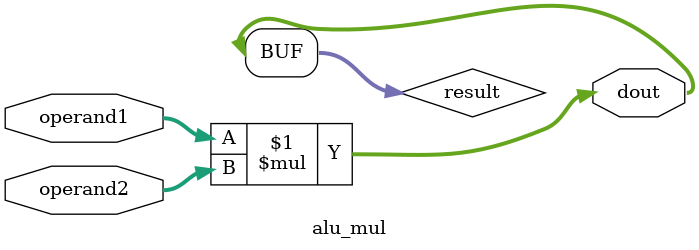
<source format=v>
module alu_mul(
  input wire signed [15:0] operand1,
  input wire signed [15:0] operand2,
  output wire signed [15:0] dout);
  //output wire ovf);

  wire [15:0] result;
  wire ovf_1;
  wire ovf_2;
  assign result = operand1 * operand2;
  assign dout = result[15:0];
  
  //can't overflow by multiplying 0
  // assign ovf = ((dout[15]^(operand1[15]^operand2[15])) && (operand1 != 0) && (operand2 != 0) || //check that we got the right sign
               // ((result[31:16] != 0) && (result[31:15] != 17'h1FFFF))) ? 1'b1 : 1'b0; //check to see if result is big
  //http://infocenter.arm.com/help/index.jsp?topic=/com.arm.doc.dui0204j/Cihihggj.html
  // If S is specified, the MUL and MLA instructions:
      //- update the N and Z flags according to the result
      //- do not affect the C or V flag in ARMv5T and above
endmodule 
</source>
